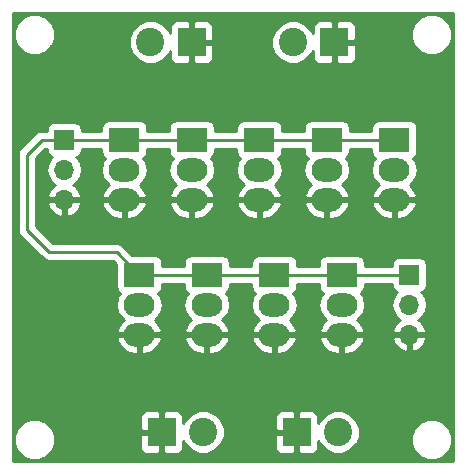
<source format=gbr>
G04 #@! TF.FileFunction,Copper,L2,Bot,Signal*
%FSLAX46Y46*%
G04 Gerber Fmt 4.6, Leading zero omitted, Abs format (unit mm)*
G04 Created by KiCad (PCBNEW 4.0.7) date 04/10/18 14:29:16*
%MOMM*%
%LPD*%
G01*
G04 APERTURE LIST*
%ADD10C,0.100000*%
%ADD11R,2.600000X2.000000*%
%ADD12O,2.600000X2.000000*%
%ADD13R,1.700000X1.700000*%
%ADD14O,1.700000X1.700000*%
%ADD15C,2.400000*%
%ADD16R,2.400000X2.400000*%
%ADD17C,0.250000*%
%ADD18C,0.254000*%
G04 APERTURE END LIST*
D10*
D11*
X119380000Y-71120000D03*
D12*
X119380000Y-73660000D03*
X119380000Y-76200000D03*
D11*
X130810000Y-71120000D03*
D12*
X130810000Y-73660000D03*
X130810000Y-76200000D03*
D13*
X114300000Y-71120000D03*
D14*
X114300000Y-73660000D03*
X114300000Y-76200000D03*
D13*
X143510000Y-82550000D03*
D14*
X143510000Y-85090000D03*
X143510000Y-87630000D03*
D11*
X125095000Y-71120000D03*
D12*
X125095000Y-73660000D03*
X125095000Y-76200000D03*
D11*
X142240000Y-71120000D03*
D12*
X142240000Y-73660000D03*
X142240000Y-76200000D03*
D11*
X136525000Y-71120000D03*
D12*
X136525000Y-73660000D03*
X136525000Y-76200000D03*
D11*
X132080000Y-82550000D03*
D12*
X132080000Y-85090000D03*
X132080000Y-87630000D03*
D11*
X137795000Y-82550000D03*
D12*
X137795000Y-85090000D03*
X137795000Y-87630000D03*
D11*
X120650000Y-82550000D03*
D12*
X120650000Y-85090000D03*
X120650000Y-87630000D03*
D11*
X126365000Y-82550000D03*
D12*
X126365000Y-85090000D03*
X126365000Y-87630000D03*
D15*
X137485000Y-95885000D03*
D16*
X133985000Y-95885000D03*
D15*
X126055000Y-95885000D03*
D16*
X122555000Y-95885000D03*
D15*
X121595000Y-62865000D03*
D16*
X125095000Y-62865000D03*
D15*
X133660000Y-62865000D03*
D16*
X137160000Y-62865000D03*
D17*
X114300000Y-71120000D02*
X112395000Y-71120000D01*
X118745000Y-80645000D02*
X120650000Y-82550000D01*
X113030000Y-80645000D02*
X118745000Y-80645000D01*
X111125000Y-78740000D02*
X113030000Y-80645000D01*
X111125000Y-72390000D02*
X111125000Y-78740000D01*
X112395000Y-71120000D02*
X111125000Y-72390000D01*
X120650000Y-82550000D02*
X126365000Y-82550000D01*
X126365000Y-82550000D02*
X132080000Y-82550000D01*
X132080000Y-82550000D02*
X137795000Y-82550000D01*
X137795000Y-82550000D02*
X143510000Y-82550000D01*
X114300000Y-71120000D02*
X119380000Y-71120000D01*
X119380000Y-71120000D02*
X125095000Y-71120000D01*
X125095000Y-71120000D02*
X130810000Y-71120000D01*
X130810000Y-71120000D02*
X136525000Y-71120000D01*
X136525000Y-71120000D02*
X142240000Y-71120000D01*
D18*
G36*
X147245000Y-98350000D02*
X109930000Y-98350000D01*
X109930000Y-96863599D01*
X110024699Y-96863599D01*
X110288281Y-97501515D01*
X110775918Y-97990004D01*
X111413373Y-98254699D01*
X112103599Y-98255301D01*
X112741515Y-97991719D01*
X113230004Y-97504082D01*
X113494699Y-96866627D01*
X113495301Y-96176401D01*
X113492967Y-96170750D01*
X120720000Y-96170750D01*
X120720000Y-97211310D01*
X120816673Y-97444699D01*
X120995302Y-97623327D01*
X121228691Y-97720000D01*
X122269250Y-97720000D01*
X122428000Y-97561250D01*
X122428000Y-96012000D01*
X120878750Y-96012000D01*
X120720000Y-96170750D01*
X113492967Y-96170750D01*
X113231719Y-95538485D01*
X112744082Y-95049996D01*
X112106627Y-94785301D01*
X111416401Y-94784699D01*
X110778485Y-95048281D01*
X110289996Y-95535918D01*
X110025301Y-96173373D01*
X110024699Y-96863599D01*
X109930000Y-96863599D01*
X109930000Y-94558690D01*
X120720000Y-94558690D01*
X120720000Y-95599250D01*
X120878750Y-95758000D01*
X122428000Y-95758000D01*
X122428000Y-94208750D01*
X122682000Y-94208750D01*
X122682000Y-95758000D01*
X122702000Y-95758000D01*
X122702000Y-96012000D01*
X122682000Y-96012000D01*
X122682000Y-97561250D01*
X122840750Y-97720000D01*
X123881309Y-97720000D01*
X124114698Y-97623327D01*
X124293327Y-97444699D01*
X124390000Y-97211310D01*
X124390000Y-96660605D01*
X124498455Y-96923086D01*
X125014199Y-97439730D01*
X125688395Y-97719681D01*
X126418403Y-97720318D01*
X127093086Y-97441545D01*
X127609730Y-96925801D01*
X127889681Y-96251605D01*
X127889751Y-96170750D01*
X132150000Y-96170750D01*
X132150000Y-97211310D01*
X132246673Y-97444699D01*
X132425302Y-97623327D01*
X132658691Y-97720000D01*
X133699250Y-97720000D01*
X133858000Y-97561250D01*
X133858000Y-96012000D01*
X132308750Y-96012000D01*
X132150000Y-96170750D01*
X127889751Y-96170750D01*
X127890318Y-95521597D01*
X127611545Y-94846914D01*
X127323824Y-94558690D01*
X132150000Y-94558690D01*
X132150000Y-95599250D01*
X132308750Y-95758000D01*
X133858000Y-95758000D01*
X133858000Y-94208750D01*
X134112000Y-94208750D01*
X134112000Y-95758000D01*
X134132000Y-95758000D01*
X134132000Y-96012000D01*
X134112000Y-96012000D01*
X134112000Y-97561250D01*
X134270750Y-97720000D01*
X135311309Y-97720000D01*
X135544698Y-97623327D01*
X135723327Y-97444699D01*
X135820000Y-97211310D01*
X135820000Y-96660605D01*
X135928455Y-96923086D01*
X136444199Y-97439730D01*
X137118395Y-97719681D01*
X137848403Y-97720318D01*
X138523086Y-97441545D01*
X139039730Y-96925801D01*
X139065558Y-96863599D01*
X143679699Y-96863599D01*
X143943281Y-97501515D01*
X144430918Y-97990004D01*
X145068373Y-98254699D01*
X145758599Y-98255301D01*
X146396515Y-97991719D01*
X146885004Y-97504082D01*
X147149699Y-96866627D01*
X147150301Y-96176401D01*
X146886719Y-95538485D01*
X146399082Y-95049996D01*
X145761627Y-94785301D01*
X145071401Y-94784699D01*
X144433485Y-95048281D01*
X143944996Y-95535918D01*
X143680301Y-96173373D01*
X143679699Y-96863599D01*
X139065558Y-96863599D01*
X139319681Y-96251605D01*
X139320318Y-95521597D01*
X139041545Y-94846914D01*
X138525801Y-94330270D01*
X137851605Y-94050319D01*
X137121597Y-94049682D01*
X136446914Y-94328455D01*
X135930270Y-94844199D01*
X135820000Y-95109758D01*
X135820000Y-94558690D01*
X135723327Y-94325301D01*
X135544698Y-94146673D01*
X135311309Y-94050000D01*
X134270750Y-94050000D01*
X134112000Y-94208750D01*
X133858000Y-94208750D01*
X133699250Y-94050000D01*
X132658691Y-94050000D01*
X132425302Y-94146673D01*
X132246673Y-94325301D01*
X132150000Y-94558690D01*
X127323824Y-94558690D01*
X127095801Y-94330270D01*
X126421605Y-94050319D01*
X125691597Y-94049682D01*
X125016914Y-94328455D01*
X124500270Y-94844199D01*
X124390000Y-95109758D01*
X124390000Y-94558690D01*
X124293327Y-94325301D01*
X124114698Y-94146673D01*
X123881309Y-94050000D01*
X122840750Y-94050000D01*
X122682000Y-94208750D01*
X122428000Y-94208750D01*
X122269250Y-94050000D01*
X121228691Y-94050000D01*
X120995302Y-94146673D01*
X120816673Y-94325301D01*
X120720000Y-94558690D01*
X109930000Y-94558690D01*
X109930000Y-88010434D01*
X118759876Y-88010434D01*
X118790856Y-88138355D01*
X119104078Y-88696317D01*
X119606980Y-89091942D01*
X120223000Y-89265000D01*
X120523000Y-89265000D01*
X120523000Y-87757000D01*
X120777000Y-87757000D01*
X120777000Y-89265000D01*
X121077000Y-89265000D01*
X121693020Y-89091942D01*
X122195922Y-88696317D01*
X122509144Y-88138355D01*
X122540124Y-88010434D01*
X124474876Y-88010434D01*
X124505856Y-88138355D01*
X124819078Y-88696317D01*
X125321980Y-89091942D01*
X125938000Y-89265000D01*
X126238000Y-89265000D01*
X126238000Y-87757000D01*
X126492000Y-87757000D01*
X126492000Y-89265000D01*
X126792000Y-89265000D01*
X127408020Y-89091942D01*
X127910922Y-88696317D01*
X128224144Y-88138355D01*
X128255124Y-88010434D01*
X130189876Y-88010434D01*
X130220856Y-88138355D01*
X130534078Y-88696317D01*
X131036980Y-89091942D01*
X131653000Y-89265000D01*
X131953000Y-89265000D01*
X131953000Y-87757000D01*
X132207000Y-87757000D01*
X132207000Y-89265000D01*
X132507000Y-89265000D01*
X133123020Y-89091942D01*
X133625922Y-88696317D01*
X133939144Y-88138355D01*
X133970124Y-88010434D01*
X135904876Y-88010434D01*
X135935856Y-88138355D01*
X136249078Y-88696317D01*
X136751980Y-89091942D01*
X137368000Y-89265000D01*
X137668000Y-89265000D01*
X137668000Y-87757000D01*
X137922000Y-87757000D01*
X137922000Y-89265000D01*
X138222000Y-89265000D01*
X138838020Y-89091942D01*
X139340922Y-88696317D01*
X139654144Y-88138355D01*
X139685124Y-88010434D01*
X139674037Y-87986890D01*
X142068524Y-87986890D01*
X142238355Y-88396924D01*
X142628642Y-88825183D01*
X143153108Y-89071486D01*
X143383000Y-88950819D01*
X143383000Y-87757000D01*
X143637000Y-87757000D01*
X143637000Y-88950819D01*
X143866892Y-89071486D01*
X144391358Y-88825183D01*
X144781645Y-88396924D01*
X144951476Y-87986890D01*
X144830155Y-87757000D01*
X143637000Y-87757000D01*
X143383000Y-87757000D01*
X142189845Y-87757000D01*
X142068524Y-87986890D01*
X139674037Y-87986890D01*
X139565777Y-87757000D01*
X137922000Y-87757000D01*
X137668000Y-87757000D01*
X136024223Y-87757000D01*
X135904876Y-88010434D01*
X133970124Y-88010434D01*
X133850777Y-87757000D01*
X132207000Y-87757000D01*
X131953000Y-87757000D01*
X130309223Y-87757000D01*
X130189876Y-88010434D01*
X128255124Y-88010434D01*
X128135777Y-87757000D01*
X126492000Y-87757000D01*
X126238000Y-87757000D01*
X124594223Y-87757000D01*
X124474876Y-88010434D01*
X122540124Y-88010434D01*
X122420777Y-87757000D01*
X120777000Y-87757000D01*
X120523000Y-87757000D01*
X118879223Y-87757000D01*
X118759876Y-88010434D01*
X109930000Y-88010434D01*
X109930000Y-72390000D01*
X110365000Y-72390000D01*
X110365000Y-78740000D01*
X110422852Y-79030839D01*
X110587599Y-79277401D01*
X112492599Y-81182401D01*
X112739161Y-81347148D01*
X113030000Y-81405000D01*
X118430198Y-81405000D01*
X118702560Y-81677362D01*
X118702560Y-83550000D01*
X118746838Y-83785317D01*
X118885910Y-84001441D01*
X119040329Y-84106951D01*
X118801548Y-84464313D01*
X118677091Y-85090000D01*
X118801548Y-85715687D01*
X119155971Y-86246120D01*
X119346188Y-86373219D01*
X119104078Y-86563683D01*
X118790856Y-87121645D01*
X118759876Y-87249566D01*
X118879223Y-87503000D01*
X120523000Y-87503000D01*
X120523000Y-87483000D01*
X120777000Y-87483000D01*
X120777000Y-87503000D01*
X122420777Y-87503000D01*
X122540124Y-87249566D01*
X122509144Y-87121645D01*
X122195922Y-86563683D01*
X121953812Y-86373219D01*
X122144029Y-86246120D01*
X122498452Y-85715687D01*
X122622909Y-85090000D01*
X122498452Y-84464313D01*
X122258907Y-84105808D01*
X122401441Y-84014090D01*
X122546431Y-83801890D01*
X122597440Y-83550000D01*
X122597440Y-83310000D01*
X124417560Y-83310000D01*
X124417560Y-83550000D01*
X124461838Y-83785317D01*
X124600910Y-84001441D01*
X124755329Y-84106951D01*
X124516548Y-84464313D01*
X124392091Y-85090000D01*
X124516548Y-85715687D01*
X124870971Y-86246120D01*
X125061188Y-86373219D01*
X124819078Y-86563683D01*
X124505856Y-87121645D01*
X124474876Y-87249566D01*
X124594223Y-87503000D01*
X126238000Y-87503000D01*
X126238000Y-87483000D01*
X126492000Y-87483000D01*
X126492000Y-87503000D01*
X128135777Y-87503000D01*
X128255124Y-87249566D01*
X128224144Y-87121645D01*
X127910922Y-86563683D01*
X127668812Y-86373219D01*
X127859029Y-86246120D01*
X128213452Y-85715687D01*
X128337909Y-85090000D01*
X128213452Y-84464313D01*
X127973907Y-84105808D01*
X128116441Y-84014090D01*
X128261431Y-83801890D01*
X128312440Y-83550000D01*
X128312440Y-83310000D01*
X130132560Y-83310000D01*
X130132560Y-83550000D01*
X130176838Y-83785317D01*
X130315910Y-84001441D01*
X130470329Y-84106951D01*
X130231548Y-84464313D01*
X130107091Y-85090000D01*
X130231548Y-85715687D01*
X130585971Y-86246120D01*
X130776188Y-86373219D01*
X130534078Y-86563683D01*
X130220856Y-87121645D01*
X130189876Y-87249566D01*
X130309223Y-87503000D01*
X131953000Y-87503000D01*
X131953000Y-87483000D01*
X132207000Y-87483000D01*
X132207000Y-87503000D01*
X133850777Y-87503000D01*
X133970124Y-87249566D01*
X133939144Y-87121645D01*
X133625922Y-86563683D01*
X133383812Y-86373219D01*
X133574029Y-86246120D01*
X133928452Y-85715687D01*
X134052909Y-85090000D01*
X133928452Y-84464313D01*
X133688907Y-84105808D01*
X133831441Y-84014090D01*
X133976431Y-83801890D01*
X134027440Y-83550000D01*
X134027440Y-83310000D01*
X135847560Y-83310000D01*
X135847560Y-83550000D01*
X135891838Y-83785317D01*
X136030910Y-84001441D01*
X136185329Y-84106951D01*
X135946548Y-84464313D01*
X135822091Y-85090000D01*
X135946548Y-85715687D01*
X136300971Y-86246120D01*
X136491188Y-86373219D01*
X136249078Y-86563683D01*
X135935856Y-87121645D01*
X135904876Y-87249566D01*
X136024223Y-87503000D01*
X137668000Y-87503000D01*
X137668000Y-87483000D01*
X137922000Y-87483000D01*
X137922000Y-87503000D01*
X139565777Y-87503000D01*
X139685124Y-87249566D01*
X139654144Y-87121645D01*
X139340922Y-86563683D01*
X139098812Y-86373219D01*
X139289029Y-86246120D01*
X139643452Y-85715687D01*
X139767909Y-85090000D01*
X139643452Y-84464313D01*
X139403907Y-84105808D01*
X139546441Y-84014090D01*
X139691431Y-83801890D01*
X139742440Y-83550000D01*
X139742440Y-83310000D01*
X142012560Y-83310000D01*
X142012560Y-83400000D01*
X142056838Y-83635317D01*
X142195910Y-83851441D01*
X142408110Y-83996431D01*
X142475541Y-84010086D01*
X142430853Y-84039946D01*
X142108946Y-84521715D01*
X141995907Y-85090000D01*
X142108946Y-85658285D01*
X142430853Y-86140054D01*
X142771553Y-86367702D01*
X142628642Y-86434817D01*
X142238355Y-86863076D01*
X142068524Y-87273110D01*
X142189845Y-87503000D01*
X143383000Y-87503000D01*
X143383000Y-87483000D01*
X143637000Y-87483000D01*
X143637000Y-87503000D01*
X144830155Y-87503000D01*
X144951476Y-87273110D01*
X144781645Y-86863076D01*
X144391358Y-86434817D01*
X144248447Y-86367702D01*
X144589147Y-86140054D01*
X144911054Y-85658285D01*
X145024093Y-85090000D01*
X144911054Y-84521715D01*
X144589147Y-84039946D01*
X144547548Y-84012150D01*
X144595317Y-84003162D01*
X144811441Y-83864090D01*
X144956431Y-83651890D01*
X145007440Y-83400000D01*
X145007440Y-81700000D01*
X144963162Y-81464683D01*
X144824090Y-81248559D01*
X144611890Y-81103569D01*
X144360000Y-81052560D01*
X142660000Y-81052560D01*
X142424683Y-81096838D01*
X142208559Y-81235910D01*
X142063569Y-81448110D01*
X142012560Y-81700000D01*
X142012560Y-81790000D01*
X139742440Y-81790000D01*
X139742440Y-81550000D01*
X139698162Y-81314683D01*
X139559090Y-81098559D01*
X139346890Y-80953569D01*
X139095000Y-80902560D01*
X136495000Y-80902560D01*
X136259683Y-80946838D01*
X136043559Y-81085910D01*
X135898569Y-81298110D01*
X135847560Y-81550000D01*
X135847560Y-81790000D01*
X134027440Y-81790000D01*
X134027440Y-81550000D01*
X133983162Y-81314683D01*
X133844090Y-81098559D01*
X133631890Y-80953569D01*
X133380000Y-80902560D01*
X130780000Y-80902560D01*
X130544683Y-80946838D01*
X130328559Y-81085910D01*
X130183569Y-81298110D01*
X130132560Y-81550000D01*
X130132560Y-81790000D01*
X128312440Y-81790000D01*
X128312440Y-81550000D01*
X128268162Y-81314683D01*
X128129090Y-81098559D01*
X127916890Y-80953569D01*
X127665000Y-80902560D01*
X125065000Y-80902560D01*
X124829683Y-80946838D01*
X124613559Y-81085910D01*
X124468569Y-81298110D01*
X124417560Y-81550000D01*
X124417560Y-81790000D01*
X122597440Y-81790000D01*
X122597440Y-81550000D01*
X122553162Y-81314683D01*
X122414090Y-81098559D01*
X122201890Y-80953569D01*
X121950000Y-80902560D01*
X120077362Y-80902560D01*
X119282401Y-80107599D01*
X119035839Y-79942852D01*
X118745000Y-79885000D01*
X113344802Y-79885000D01*
X111885000Y-78425198D01*
X111885000Y-76556890D01*
X112858524Y-76556890D01*
X113028355Y-76966924D01*
X113418642Y-77395183D01*
X113943108Y-77641486D01*
X114173000Y-77520819D01*
X114173000Y-76327000D01*
X114427000Y-76327000D01*
X114427000Y-77520819D01*
X114656892Y-77641486D01*
X115181358Y-77395183D01*
X115571645Y-76966924D01*
X115731724Y-76580434D01*
X117489876Y-76580434D01*
X117520856Y-76708355D01*
X117834078Y-77266317D01*
X118336980Y-77661942D01*
X118953000Y-77835000D01*
X119253000Y-77835000D01*
X119253000Y-76327000D01*
X119507000Y-76327000D01*
X119507000Y-77835000D01*
X119807000Y-77835000D01*
X120423020Y-77661942D01*
X120925922Y-77266317D01*
X121239144Y-76708355D01*
X121270124Y-76580434D01*
X123204876Y-76580434D01*
X123235856Y-76708355D01*
X123549078Y-77266317D01*
X124051980Y-77661942D01*
X124668000Y-77835000D01*
X124968000Y-77835000D01*
X124968000Y-76327000D01*
X125222000Y-76327000D01*
X125222000Y-77835000D01*
X125522000Y-77835000D01*
X126138020Y-77661942D01*
X126640922Y-77266317D01*
X126954144Y-76708355D01*
X126985124Y-76580434D01*
X128919876Y-76580434D01*
X128950856Y-76708355D01*
X129264078Y-77266317D01*
X129766980Y-77661942D01*
X130383000Y-77835000D01*
X130683000Y-77835000D01*
X130683000Y-76327000D01*
X130937000Y-76327000D01*
X130937000Y-77835000D01*
X131237000Y-77835000D01*
X131853020Y-77661942D01*
X132355922Y-77266317D01*
X132669144Y-76708355D01*
X132700124Y-76580434D01*
X134634876Y-76580434D01*
X134665856Y-76708355D01*
X134979078Y-77266317D01*
X135481980Y-77661942D01*
X136098000Y-77835000D01*
X136398000Y-77835000D01*
X136398000Y-76327000D01*
X136652000Y-76327000D01*
X136652000Y-77835000D01*
X136952000Y-77835000D01*
X137568020Y-77661942D01*
X138070922Y-77266317D01*
X138384144Y-76708355D01*
X138415124Y-76580434D01*
X140349876Y-76580434D01*
X140380856Y-76708355D01*
X140694078Y-77266317D01*
X141196980Y-77661942D01*
X141813000Y-77835000D01*
X142113000Y-77835000D01*
X142113000Y-76327000D01*
X142367000Y-76327000D01*
X142367000Y-77835000D01*
X142667000Y-77835000D01*
X143283020Y-77661942D01*
X143785922Y-77266317D01*
X144099144Y-76708355D01*
X144130124Y-76580434D01*
X144010777Y-76327000D01*
X142367000Y-76327000D01*
X142113000Y-76327000D01*
X140469223Y-76327000D01*
X140349876Y-76580434D01*
X138415124Y-76580434D01*
X138295777Y-76327000D01*
X136652000Y-76327000D01*
X136398000Y-76327000D01*
X134754223Y-76327000D01*
X134634876Y-76580434D01*
X132700124Y-76580434D01*
X132580777Y-76327000D01*
X130937000Y-76327000D01*
X130683000Y-76327000D01*
X129039223Y-76327000D01*
X128919876Y-76580434D01*
X126985124Y-76580434D01*
X126865777Y-76327000D01*
X125222000Y-76327000D01*
X124968000Y-76327000D01*
X123324223Y-76327000D01*
X123204876Y-76580434D01*
X121270124Y-76580434D01*
X121150777Y-76327000D01*
X119507000Y-76327000D01*
X119253000Y-76327000D01*
X117609223Y-76327000D01*
X117489876Y-76580434D01*
X115731724Y-76580434D01*
X115741476Y-76556890D01*
X115620155Y-76327000D01*
X114427000Y-76327000D01*
X114173000Y-76327000D01*
X112979845Y-76327000D01*
X112858524Y-76556890D01*
X111885000Y-76556890D01*
X111885000Y-72704802D01*
X112709802Y-71880000D01*
X112802560Y-71880000D01*
X112802560Y-71970000D01*
X112846838Y-72205317D01*
X112985910Y-72421441D01*
X113198110Y-72566431D01*
X113265541Y-72580086D01*
X113220853Y-72609946D01*
X112898946Y-73091715D01*
X112785907Y-73660000D01*
X112898946Y-74228285D01*
X113220853Y-74710054D01*
X113561553Y-74937702D01*
X113418642Y-75004817D01*
X113028355Y-75433076D01*
X112858524Y-75843110D01*
X112979845Y-76073000D01*
X114173000Y-76073000D01*
X114173000Y-76053000D01*
X114427000Y-76053000D01*
X114427000Y-76073000D01*
X115620155Y-76073000D01*
X115741476Y-75843110D01*
X115571645Y-75433076D01*
X115181358Y-75004817D01*
X115038447Y-74937702D01*
X115379147Y-74710054D01*
X115701054Y-74228285D01*
X115814093Y-73660000D01*
X115701054Y-73091715D01*
X115379147Y-72609946D01*
X115337548Y-72582150D01*
X115385317Y-72573162D01*
X115601441Y-72434090D01*
X115746431Y-72221890D01*
X115797440Y-71970000D01*
X115797440Y-71880000D01*
X117432560Y-71880000D01*
X117432560Y-72120000D01*
X117476838Y-72355317D01*
X117615910Y-72571441D01*
X117770329Y-72676951D01*
X117531548Y-73034313D01*
X117407091Y-73660000D01*
X117531548Y-74285687D01*
X117885971Y-74816120D01*
X118076188Y-74943219D01*
X117834078Y-75133683D01*
X117520856Y-75691645D01*
X117489876Y-75819566D01*
X117609223Y-76073000D01*
X119253000Y-76073000D01*
X119253000Y-76053000D01*
X119507000Y-76053000D01*
X119507000Y-76073000D01*
X121150777Y-76073000D01*
X121270124Y-75819566D01*
X121239144Y-75691645D01*
X120925922Y-75133683D01*
X120683812Y-74943219D01*
X120874029Y-74816120D01*
X121228452Y-74285687D01*
X121352909Y-73660000D01*
X121228452Y-73034313D01*
X120988907Y-72675808D01*
X121131441Y-72584090D01*
X121276431Y-72371890D01*
X121327440Y-72120000D01*
X121327440Y-71880000D01*
X123147560Y-71880000D01*
X123147560Y-72120000D01*
X123191838Y-72355317D01*
X123330910Y-72571441D01*
X123485329Y-72676951D01*
X123246548Y-73034313D01*
X123122091Y-73660000D01*
X123246548Y-74285687D01*
X123600971Y-74816120D01*
X123791188Y-74943219D01*
X123549078Y-75133683D01*
X123235856Y-75691645D01*
X123204876Y-75819566D01*
X123324223Y-76073000D01*
X124968000Y-76073000D01*
X124968000Y-76053000D01*
X125222000Y-76053000D01*
X125222000Y-76073000D01*
X126865777Y-76073000D01*
X126985124Y-75819566D01*
X126954144Y-75691645D01*
X126640922Y-75133683D01*
X126398812Y-74943219D01*
X126589029Y-74816120D01*
X126943452Y-74285687D01*
X127067909Y-73660000D01*
X126943452Y-73034313D01*
X126703907Y-72675808D01*
X126846441Y-72584090D01*
X126991431Y-72371890D01*
X127042440Y-72120000D01*
X127042440Y-71880000D01*
X128862560Y-71880000D01*
X128862560Y-72120000D01*
X128906838Y-72355317D01*
X129045910Y-72571441D01*
X129200329Y-72676951D01*
X128961548Y-73034313D01*
X128837091Y-73660000D01*
X128961548Y-74285687D01*
X129315971Y-74816120D01*
X129506188Y-74943219D01*
X129264078Y-75133683D01*
X128950856Y-75691645D01*
X128919876Y-75819566D01*
X129039223Y-76073000D01*
X130683000Y-76073000D01*
X130683000Y-76053000D01*
X130937000Y-76053000D01*
X130937000Y-76073000D01*
X132580777Y-76073000D01*
X132700124Y-75819566D01*
X132669144Y-75691645D01*
X132355922Y-75133683D01*
X132113812Y-74943219D01*
X132304029Y-74816120D01*
X132658452Y-74285687D01*
X132782909Y-73660000D01*
X132658452Y-73034313D01*
X132418907Y-72675808D01*
X132561441Y-72584090D01*
X132706431Y-72371890D01*
X132757440Y-72120000D01*
X132757440Y-71880000D01*
X134577560Y-71880000D01*
X134577560Y-72120000D01*
X134621838Y-72355317D01*
X134760910Y-72571441D01*
X134915329Y-72676951D01*
X134676548Y-73034313D01*
X134552091Y-73660000D01*
X134676548Y-74285687D01*
X135030971Y-74816120D01*
X135221188Y-74943219D01*
X134979078Y-75133683D01*
X134665856Y-75691645D01*
X134634876Y-75819566D01*
X134754223Y-76073000D01*
X136398000Y-76073000D01*
X136398000Y-76053000D01*
X136652000Y-76053000D01*
X136652000Y-76073000D01*
X138295777Y-76073000D01*
X138415124Y-75819566D01*
X138384144Y-75691645D01*
X138070922Y-75133683D01*
X137828812Y-74943219D01*
X138019029Y-74816120D01*
X138373452Y-74285687D01*
X138497909Y-73660000D01*
X138373452Y-73034313D01*
X138133907Y-72675808D01*
X138276441Y-72584090D01*
X138421431Y-72371890D01*
X138472440Y-72120000D01*
X138472440Y-71880000D01*
X140292560Y-71880000D01*
X140292560Y-72120000D01*
X140336838Y-72355317D01*
X140475910Y-72571441D01*
X140630329Y-72676951D01*
X140391548Y-73034313D01*
X140267091Y-73660000D01*
X140391548Y-74285687D01*
X140745971Y-74816120D01*
X140936188Y-74943219D01*
X140694078Y-75133683D01*
X140380856Y-75691645D01*
X140349876Y-75819566D01*
X140469223Y-76073000D01*
X142113000Y-76073000D01*
X142113000Y-76053000D01*
X142367000Y-76053000D01*
X142367000Y-76073000D01*
X144010777Y-76073000D01*
X144130124Y-75819566D01*
X144099144Y-75691645D01*
X143785922Y-75133683D01*
X143543812Y-74943219D01*
X143734029Y-74816120D01*
X144088452Y-74285687D01*
X144212909Y-73660000D01*
X144088452Y-73034313D01*
X143848907Y-72675808D01*
X143991441Y-72584090D01*
X144136431Y-72371890D01*
X144187440Y-72120000D01*
X144187440Y-70120000D01*
X144143162Y-69884683D01*
X144004090Y-69668559D01*
X143791890Y-69523569D01*
X143540000Y-69472560D01*
X140940000Y-69472560D01*
X140704683Y-69516838D01*
X140488559Y-69655910D01*
X140343569Y-69868110D01*
X140292560Y-70120000D01*
X140292560Y-70360000D01*
X138472440Y-70360000D01*
X138472440Y-70120000D01*
X138428162Y-69884683D01*
X138289090Y-69668559D01*
X138076890Y-69523569D01*
X137825000Y-69472560D01*
X135225000Y-69472560D01*
X134989683Y-69516838D01*
X134773559Y-69655910D01*
X134628569Y-69868110D01*
X134577560Y-70120000D01*
X134577560Y-70360000D01*
X132757440Y-70360000D01*
X132757440Y-70120000D01*
X132713162Y-69884683D01*
X132574090Y-69668559D01*
X132361890Y-69523569D01*
X132110000Y-69472560D01*
X129510000Y-69472560D01*
X129274683Y-69516838D01*
X129058559Y-69655910D01*
X128913569Y-69868110D01*
X128862560Y-70120000D01*
X128862560Y-70360000D01*
X127042440Y-70360000D01*
X127042440Y-70120000D01*
X126998162Y-69884683D01*
X126859090Y-69668559D01*
X126646890Y-69523569D01*
X126395000Y-69472560D01*
X123795000Y-69472560D01*
X123559683Y-69516838D01*
X123343559Y-69655910D01*
X123198569Y-69868110D01*
X123147560Y-70120000D01*
X123147560Y-70360000D01*
X121327440Y-70360000D01*
X121327440Y-70120000D01*
X121283162Y-69884683D01*
X121144090Y-69668559D01*
X120931890Y-69523569D01*
X120680000Y-69472560D01*
X118080000Y-69472560D01*
X117844683Y-69516838D01*
X117628559Y-69655910D01*
X117483569Y-69868110D01*
X117432560Y-70120000D01*
X117432560Y-70360000D01*
X115797440Y-70360000D01*
X115797440Y-70270000D01*
X115753162Y-70034683D01*
X115614090Y-69818559D01*
X115401890Y-69673569D01*
X115150000Y-69622560D01*
X113450000Y-69622560D01*
X113214683Y-69666838D01*
X112998559Y-69805910D01*
X112853569Y-70018110D01*
X112802560Y-70270000D01*
X112802560Y-70360000D01*
X112395000Y-70360000D01*
X112104160Y-70417852D01*
X111857599Y-70582599D01*
X110587599Y-71852599D01*
X110422852Y-72099161D01*
X110365000Y-72390000D01*
X109930000Y-72390000D01*
X109930000Y-62573599D01*
X110024699Y-62573599D01*
X110288281Y-63211515D01*
X110775918Y-63700004D01*
X111413373Y-63964699D01*
X112103599Y-63965301D01*
X112741515Y-63701719D01*
X113215657Y-63228403D01*
X119759682Y-63228403D01*
X120038455Y-63903086D01*
X120554199Y-64419730D01*
X121228395Y-64699681D01*
X121958403Y-64700318D01*
X122633086Y-64421545D01*
X123149730Y-63905801D01*
X123260000Y-63640242D01*
X123260000Y-64191310D01*
X123356673Y-64424699D01*
X123535302Y-64603327D01*
X123768691Y-64700000D01*
X124809250Y-64700000D01*
X124968000Y-64541250D01*
X124968000Y-62992000D01*
X125222000Y-62992000D01*
X125222000Y-64541250D01*
X125380750Y-64700000D01*
X126421309Y-64700000D01*
X126654698Y-64603327D01*
X126833327Y-64424699D01*
X126930000Y-64191310D01*
X126930000Y-63228403D01*
X131824682Y-63228403D01*
X132103455Y-63903086D01*
X132619199Y-64419730D01*
X133293395Y-64699681D01*
X134023403Y-64700318D01*
X134698086Y-64421545D01*
X135214730Y-63905801D01*
X135325000Y-63640242D01*
X135325000Y-64191310D01*
X135421673Y-64424699D01*
X135600302Y-64603327D01*
X135833691Y-64700000D01*
X136874250Y-64700000D01*
X137033000Y-64541250D01*
X137033000Y-62992000D01*
X137287000Y-62992000D01*
X137287000Y-64541250D01*
X137445750Y-64700000D01*
X138486309Y-64700000D01*
X138719698Y-64603327D01*
X138898327Y-64424699D01*
X138995000Y-64191310D01*
X138995000Y-63150750D01*
X138836250Y-62992000D01*
X137287000Y-62992000D01*
X137033000Y-62992000D01*
X137013000Y-62992000D01*
X137013000Y-62738000D01*
X137033000Y-62738000D01*
X137033000Y-61188750D01*
X137287000Y-61188750D01*
X137287000Y-62738000D01*
X138836250Y-62738000D01*
X138995000Y-62579250D01*
X138995000Y-62573599D01*
X143679699Y-62573599D01*
X143943281Y-63211515D01*
X144430918Y-63700004D01*
X145068373Y-63964699D01*
X145758599Y-63965301D01*
X146396515Y-63701719D01*
X146885004Y-63214082D01*
X147149699Y-62576627D01*
X147150301Y-61886401D01*
X146886719Y-61248485D01*
X146399082Y-60759996D01*
X145761627Y-60495301D01*
X145071401Y-60494699D01*
X144433485Y-60758281D01*
X143944996Y-61245918D01*
X143680301Y-61883373D01*
X143679699Y-62573599D01*
X138995000Y-62573599D01*
X138995000Y-61538690D01*
X138898327Y-61305301D01*
X138719698Y-61126673D01*
X138486309Y-61030000D01*
X137445750Y-61030000D01*
X137287000Y-61188750D01*
X137033000Y-61188750D01*
X136874250Y-61030000D01*
X135833691Y-61030000D01*
X135600302Y-61126673D01*
X135421673Y-61305301D01*
X135325000Y-61538690D01*
X135325000Y-62089395D01*
X135216545Y-61826914D01*
X134700801Y-61310270D01*
X134026605Y-61030319D01*
X133296597Y-61029682D01*
X132621914Y-61308455D01*
X132105270Y-61824199D01*
X131825319Y-62498395D01*
X131824682Y-63228403D01*
X126930000Y-63228403D01*
X126930000Y-63150750D01*
X126771250Y-62992000D01*
X125222000Y-62992000D01*
X124968000Y-62992000D01*
X124948000Y-62992000D01*
X124948000Y-62738000D01*
X124968000Y-62738000D01*
X124968000Y-61188750D01*
X125222000Y-61188750D01*
X125222000Y-62738000D01*
X126771250Y-62738000D01*
X126930000Y-62579250D01*
X126930000Y-61538690D01*
X126833327Y-61305301D01*
X126654698Y-61126673D01*
X126421309Y-61030000D01*
X125380750Y-61030000D01*
X125222000Y-61188750D01*
X124968000Y-61188750D01*
X124809250Y-61030000D01*
X123768691Y-61030000D01*
X123535302Y-61126673D01*
X123356673Y-61305301D01*
X123260000Y-61538690D01*
X123260000Y-62089395D01*
X123151545Y-61826914D01*
X122635801Y-61310270D01*
X121961605Y-61030319D01*
X121231597Y-61029682D01*
X120556914Y-61308455D01*
X120040270Y-61824199D01*
X119760319Y-62498395D01*
X119759682Y-63228403D01*
X113215657Y-63228403D01*
X113230004Y-63214082D01*
X113494699Y-62576627D01*
X113495301Y-61886401D01*
X113231719Y-61248485D01*
X112744082Y-60759996D01*
X112106627Y-60495301D01*
X111416401Y-60494699D01*
X110778485Y-60758281D01*
X110289996Y-61245918D01*
X110025301Y-61883373D01*
X110024699Y-62573599D01*
X109930000Y-62573599D01*
X109930000Y-60400000D01*
X147245000Y-60400000D01*
X147245000Y-98350000D01*
X147245000Y-98350000D01*
G37*
X147245000Y-98350000D02*
X109930000Y-98350000D01*
X109930000Y-96863599D01*
X110024699Y-96863599D01*
X110288281Y-97501515D01*
X110775918Y-97990004D01*
X111413373Y-98254699D01*
X112103599Y-98255301D01*
X112741515Y-97991719D01*
X113230004Y-97504082D01*
X113494699Y-96866627D01*
X113495301Y-96176401D01*
X113492967Y-96170750D01*
X120720000Y-96170750D01*
X120720000Y-97211310D01*
X120816673Y-97444699D01*
X120995302Y-97623327D01*
X121228691Y-97720000D01*
X122269250Y-97720000D01*
X122428000Y-97561250D01*
X122428000Y-96012000D01*
X120878750Y-96012000D01*
X120720000Y-96170750D01*
X113492967Y-96170750D01*
X113231719Y-95538485D01*
X112744082Y-95049996D01*
X112106627Y-94785301D01*
X111416401Y-94784699D01*
X110778485Y-95048281D01*
X110289996Y-95535918D01*
X110025301Y-96173373D01*
X110024699Y-96863599D01*
X109930000Y-96863599D01*
X109930000Y-94558690D01*
X120720000Y-94558690D01*
X120720000Y-95599250D01*
X120878750Y-95758000D01*
X122428000Y-95758000D01*
X122428000Y-94208750D01*
X122682000Y-94208750D01*
X122682000Y-95758000D01*
X122702000Y-95758000D01*
X122702000Y-96012000D01*
X122682000Y-96012000D01*
X122682000Y-97561250D01*
X122840750Y-97720000D01*
X123881309Y-97720000D01*
X124114698Y-97623327D01*
X124293327Y-97444699D01*
X124390000Y-97211310D01*
X124390000Y-96660605D01*
X124498455Y-96923086D01*
X125014199Y-97439730D01*
X125688395Y-97719681D01*
X126418403Y-97720318D01*
X127093086Y-97441545D01*
X127609730Y-96925801D01*
X127889681Y-96251605D01*
X127889751Y-96170750D01*
X132150000Y-96170750D01*
X132150000Y-97211310D01*
X132246673Y-97444699D01*
X132425302Y-97623327D01*
X132658691Y-97720000D01*
X133699250Y-97720000D01*
X133858000Y-97561250D01*
X133858000Y-96012000D01*
X132308750Y-96012000D01*
X132150000Y-96170750D01*
X127889751Y-96170750D01*
X127890318Y-95521597D01*
X127611545Y-94846914D01*
X127323824Y-94558690D01*
X132150000Y-94558690D01*
X132150000Y-95599250D01*
X132308750Y-95758000D01*
X133858000Y-95758000D01*
X133858000Y-94208750D01*
X134112000Y-94208750D01*
X134112000Y-95758000D01*
X134132000Y-95758000D01*
X134132000Y-96012000D01*
X134112000Y-96012000D01*
X134112000Y-97561250D01*
X134270750Y-97720000D01*
X135311309Y-97720000D01*
X135544698Y-97623327D01*
X135723327Y-97444699D01*
X135820000Y-97211310D01*
X135820000Y-96660605D01*
X135928455Y-96923086D01*
X136444199Y-97439730D01*
X137118395Y-97719681D01*
X137848403Y-97720318D01*
X138523086Y-97441545D01*
X139039730Y-96925801D01*
X139065558Y-96863599D01*
X143679699Y-96863599D01*
X143943281Y-97501515D01*
X144430918Y-97990004D01*
X145068373Y-98254699D01*
X145758599Y-98255301D01*
X146396515Y-97991719D01*
X146885004Y-97504082D01*
X147149699Y-96866627D01*
X147150301Y-96176401D01*
X146886719Y-95538485D01*
X146399082Y-95049996D01*
X145761627Y-94785301D01*
X145071401Y-94784699D01*
X144433485Y-95048281D01*
X143944996Y-95535918D01*
X143680301Y-96173373D01*
X143679699Y-96863599D01*
X139065558Y-96863599D01*
X139319681Y-96251605D01*
X139320318Y-95521597D01*
X139041545Y-94846914D01*
X138525801Y-94330270D01*
X137851605Y-94050319D01*
X137121597Y-94049682D01*
X136446914Y-94328455D01*
X135930270Y-94844199D01*
X135820000Y-95109758D01*
X135820000Y-94558690D01*
X135723327Y-94325301D01*
X135544698Y-94146673D01*
X135311309Y-94050000D01*
X134270750Y-94050000D01*
X134112000Y-94208750D01*
X133858000Y-94208750D01*
X133699250Y-94050000D01*
X132658691Y-94050000D01*
X132425302Y-94146673D01*
X132246673Y-94325301D01*
X132150000Y-94558690D01*
X127323824Y-94558690D01*
X127095801Y-94330270D01*
X126421605Y-94050319D01*
X125691597Y-94049682D01*
X125016914Y-94328455D01*
X124500270Y-94844199D01*
X124390000Y-95109758D01*
X124390000Y-94558690D01*
X124293327Y-94325301D01*
X124114698Y-94146673D01*
X123881309Y-94050000D01*
X122840750Y-94050000D01*
X122682000Y-94208750D01*
X122428000Y-94208750D01*
X122269250Y-94050000D01*
X121228691Y-94050000D01*
X120995302Y-94146673D01*
X120816673Y-94325301D01*
X120720000Y-94558690D01*
X109930000Y-94558690D01*
X109930000Y-88010434D01*
X118759876Y-88010434D01*
X118790856Y-88138355D01*
X119104078Y-88696317D01*
X119606980Y-89091942D01*
X120223000Y-89265000D01*
X120523000Y-89265000D01*
X120523000Y-87757000D01*
X120777000Y-87757000D01*
X120777000Y-89265000D01*
X121077000Y-89265000D01*
X121693020Y-89091942D01*
X122195922Y-88696317D01*
X122509144Y-88138355D01*
X122540124Y-88010434D01*
X124474876Y-88010434D01*
X124505856Y-88138355D01*
X124819078Y-88696317D01*
X125321980Y-89091942D01*
X125938000Y-89265000D01*
X126238000Y-89265000D01*
X126238000Y-87757000D01*
X126492000Y-87757000D01*
X126492000Y-89265000D01*
X126792000Y-89265000D01*
X127408020Y-89091942D01*
X127910922Y-88696317D01*
X128224144Y-88138355D01*
X128255124Y-88010434D01*
X130189876Y-88010434D01*
X130220856Y-88138355D01*
X130534078Y-88696317D01*
X131036980Y-89091942D01*
X131653000Y-89265000D01*
X131953000Y-89265000D01*
X131953000Y-87757000D01*
X132207000Y-87757000D01*
X132207000Y-89265000D01*
X132507000Y-89265000D01*
X133123020Y-89091942D01*
X133625922Y-88696317D01*
X133939144Y-88138355D01*
X133970124Y-88010434D01*
X135904876Y-88010434D01*
X135935856Y-88138355D01*
X136249078Y-88696317D01*
X136751980Y-89091942D01*
X137368000Y-89265000D01*
X137668000Y-89265000D01*
X137668000Y-87757000D01*
X137922000Y-87757000D01*
X137922000Y-89265000D01*
X138222000Y-89265000D01*
X138838020Y-89091942D01*
X139340922Y-88696317D01*
X139654144Y-88138355D01*
X139685124Y-88010434D01*
X139674037Y-87986890D01*
X142068524Y-87986890D01*
X142238355Y-88396924D01*
X142628642Y-88825183D01*
X143153108Y-89071486D01*
X143383000Y-88950819D01*
X143383000Y-87757000D01*
X143637000Y-87757000D01*
X143637000Y-88950819D01*
X143866892Y-89071486D01*
X144391358Y-88825183D01*
X144781645Y-88396924D01*
X144951476Y-87986890D01*
X144830155Y-87757000D01*
X143637000Y-87757000D01*
X143383000Y-87757000D01*
X142189845Y-87757000D01*
X142068524Y-87986890D01*
X139674037Y-87986890D01*
X139565777Y-87757000D01*
X137922000Y-87757000D01*
X137668000Y-87757000D01*
X136024223Y-87757000D01*
X135904876Y-88010434D01*
X133970124Y-88010434D01*
X133850777Y-87757000D01*
X132207000Y-87757000D01*
X131953000Y-87757000D01*
X130309223Y-87757000D01*
X130189876Y-88010434D01*
X128255124Y-88010434D01*
X128135777Y-87757000D01*
X126492000Y-87757000D01*
X126238000Y-87757000D01*
X124594223Y-87757000D01*
X124474876Y-88010434D01*
X122540124Y-88010434D01*
X122420777Y-87757000D01*
X120777000Y-87757000D01*
X120523000Y-87757000D01*
X118879223Y-87757000D01*
X118759876Y-88010434D01*
X109930000Y-88010434D01*
X109930000Y-72390000D01*
X110365000Y-72390000D01*
X110365000Y-78740000D01*
X110422852Y-79030839D01*
X110587599Y-79277401D01*
X112492599Y-81182401D01*
X112739161Y-81347148D01*
X113030000Y-81405000D01*
X118430198Y-81405000D01*
X118702560Y-81677362D01*
X118702560Y-83550000D01*
X118746838Y-83785317D01*
X118885910Y-84001441D01*
X119040329Y-84106951D01*
X118801548Y-84464313D01*
X118677091Y-85090000D01*
X118801548Y-85715687D01*
X119155971Y-86246120D01*
X119346188Y-86373219D01*
X119104078Y-86563683D01*
X118790856Y-87121645D01*
X118759876Y-87249566D01*
X118879223Y-87503000D01*
X120523000Y-87503000D01*
X120523000Y-87483000D01*
X120777000Y-87483000D01*
X120777000Y-87503000D01*
X122420777Y-87503000D01*
X122540124Y-87249566D01*
X122509144Y-87121645D01*
X122195922Y-86563683D01*
X121953812Y-86373219D01*
X122144029Y-86246120D01*
X122498452Y-85715687D01*
X122622909Y-85090000D01*
X122498452Y-84464313D01*
X122258907Y-84105808D01*
X122401441Y-84014090D01*
X122546431Y-83801890D01*
X122597440Y-83550000D01*
X122597440Y-83310000D01*
X124417560Y-83310000D01*
X124417560Y-83550000D01*
X124461838Y-83785317D01*
X124600910Y-84001441D01*
X124755329Y-84106951D01*
X124516548Y-84464313D01*
X124392091Y-85090000D01*
X124516548Y-85715687D01*
X124870971Y-86246120D01*
X125061188Y-86373219D01*
X124819078Y-86563683D01*
X124505856Y-87121645D01*
X124474876Y-87249566D01*
X124594223Y-87503000D01*
X126238000Y-87503000D01*
X126238000Y-87483000D01*
X126492000Y-87483000D01*
X126492000Y-87503000D01*
X128135777Y-87503000D01*
X128255124Y-87249566D01*
X128224144Y-87121645D01*
X127910922Y-86563683D01*
X127668812Y-86373219D01*
X127859029Y-86246120D01*
X128213452Y-85715687D01*
X128337909Y-85090000D01*
X128213452Y-84464313D01*
X127973907Y-84105808D01*
X128116441Y-84014090D01*
X128261431Y-83801890D01*
X128312440Y-83550000D01*
X128312440Y-83310000D01*
X130132560Y-83310000D01*
X130132560Y-83550000D01*
X130176838Y-83785317D01*
X130315910Y-84001441D01*
X130470329Y-84106951D01*
X130231548Y-84464313D01*
X130107091Y-85090000D01*
X130231548Y-85715687D01*
X130585971Y-86246120D01*
X130776188Y-86373219D01*
X130534078Y-86563683D01*
X130220856Y-87121645D01*
X130189876Y-87249566D01*
X130309223Y-87503000D01*
X131953000Y-87503000D01*
X131953000Y-87483000D01*
X132207000Y-87483000D01*
X132207000Y-87503000D01*
X133850777Y-87503000D01*
X133970124Y-87249566D01*
X133939144Y-87121645D01*
X133625922Y-86563683D01*
X133383812Y-86373219D01*
X133574029Y-86246120D01*
X133928452Y-85715687D01*
X134052909Y-85090000D01*
X133928452Y-84464313D01*
X133688907Y-84105808D01*
X133831441Y-84014090D01*
X133976431Y-83801890D01*
X134027440Y-83550000D01*
X134027440Y-83310000D01*
X135847560Y-83310000D01*
X135847560Y-83550000D01*
X135891838Y-83785317D01*
X136030910Y-84001441D01*
X136185329Y-84106951D01*
X135946548Y-84464313D01*
X135822091Y-85090000D01*
X135946548Y-85715687D01*
X136300971Y-86246120D01*
X136491188Y-86373219D01*
X136249078Y-86563683D01*
X135935856Y-87121645D01*
X135904876Y-87249566D01*
X136024223Y-87503000D01*
X137668000Y-87503000D01*
X137668000Y-87483000D01*
X137922000Y-87483000D01*
X137922000Y-87503000D01*
X139565777Y-87503000D01*
X139685124Y-87249566D01*
X139654144Y-87121645D01*
X139340922Y-86563683D01*
X139098812Y-86373219D01*
X139289029Y-86246120D01*
X139643452Y-85715687D01*
X139767909Y-85090000D01*
X139643452Y-84464313D01*
X139403907Y-84105808D01*
X139546441Y-84014090D01*
X139691431Y-83801890D01*
X139742440Y-83550000D01*
X139742440Y-83310000D01*
X142012560Y-83310000D01*
X142012560Y-83400000D01*
X142056838Y-83635317D01*
X142195910Y-83851441D01*
X142408110Y-83996431D01*
X142475541Y-84010086D01*
X142430853Y-84039946D01*
X142108946Y-84521715D01*
X141995907Y-85090000D01*
X142108946Y-85658285D01*
X142430853Y-86140054D01*
X142771553Y-86367702D01*
X142628642Y-86434817D01*
X142238355Y-86863076D01*
X142068524Y-87273110D01*
X142189845Y-87503000D01*
X143383000Y-87503000D01*
X143383000Y-87483000D01*
X143637000Y-87483000D01*
X143637000Y-87503000D01*
X144830155Y-87503000D01*
X144951476Y-87273110D01*
X144781645Y-86863076D01*
X144391358Y-86434817D01*
X144248447Y-86367702D01*
X144589147Y-86140054D01*
X144911054Y-85658285D01*
X145024093Y-85090000D01*
X144911054Y-84521715D01*
X144589147Y-84039946D01*
X144547548Y-84012150D01*
X144595317Y-84003162D01*
X144811441Y-83864090D01*
X144956431Y-83651890D01*
X145007440Y-83400000D01*
X145007440Y-81700000D01*
X144963162Y-81464683D01*
X144824090Y-81248559D01*
X144611890Y-81103569D01*
X144360000Y-81052560D01*
X142660000Y-81052560D01*
X142424683Y-81096838D01*
X142208559Y-81235910D01*
X142063569Y-81448110D01*
X142012560Y-81700000D01*
X142012560Y-81790000D01*
X139742440Y-81790000D01*
X139742440Y-81550000D01*
X139698162Y-81314683D01*
X139559090Y-81098559D01*
X139346890Y-80953569D01*
X139095000Y-80902560D01*
X136495000Y-80902560D01*
X136259683Y-80946838D01*
X136043559Y-81085910D01*
X135898569Y-81298110D01*
X135847560Y-81550000D01*
X135847560Y-81790000D01*
X134027440Y-81790000D01*
X134027440Y-81550000D01*
X133983162Y-81314683D01*
X133844090Y-81098559D01*
X133631890Y-80953569D01*
X133380000Y-80902560D01*
X130780000Y-80902560D01*
X130544683Y-80946838D01*
X130328559Y-81085910D01*
X130183569Y-81298110D01*
X130132560Y-81550000D01*
X130132560Y-81790000D01*
X128312440Y-81790000D01*
X128312440Y-81550000D01*
X128268162Y-81314683D01*
X128129090Y-81098559D01*
X127916890Y-80953569D01*
X127665000Y-80902560D01*
X125065000Y-80902560D01*
X124829683Y-80946838D01*
X124613559Y-81085910D01*
X124468569Y-81298110D01*
X124417560Y-81550000D01*
X124417560Y-81790000D01*
X122597440Y-81790000D01*
X122597440Y-81550000D01*
X122553162Y-81314683D01*
X122414090Y-81098559D01*
X122201890Y-80953569D01*
X121950000Y-80902560D01*
X120077362Y-80902560D01*
X119282401Y-80107599D01*
X119035839Y-79942852D01*
X118745000Y-79885000D01*
X113344802Y-79885000D01*
X111885000Y-78425198D01*
X111885000Y-76556890D01*
X112858524Y-76556890D01*
X113028355Y-76966924D01*
X113418642Y-77395183D01*
X113943108Y-77641486D01*
X114173000Y-77520819D01*
X114173000Y-76327000D01*
X114427000Y-76327000D01*
X114427000Y-77520819D01*
X114656892Y-77641486D01*
X115181358Y-77395183D01*
X115571645Y-76966924D01*
X115731724Y-76580434D01*
X117489876Y-76580434D01*
X117520856Y-76708355D01*
X117834078Y-77266317D01*
X118336980Y-77661942D01*
X118953000Y-77835000D01*
X119253000Y-77835000D01*
X119253000Y-76327000D01*
X119507000Y-76327000D01*
X119507000Y-77835000D01*
X119807000Y-77835000D01*
X120423020Y-77661942D01*
X120925922Y-77266317D01*
X121239144Y-76708355D01*
X121270124Y-76580434D01*
X123204876Y-76580434D01*
X123235856Y-76708355D01*
X123549078Y-77266317D01*
X124051980Y-77661942D01*
X124668000Y-77835000D01*
X124968000Y-77835000D01*
X124968000Y-76327000D01*
X125222000Y-76327000D01*
X125222000Y-77835000D01*
X125522000Y-77835000D01*
X126138020Y-77661942D01*
X126640922Y-77266317D01*
X126954144Y-76708355D01*
X126985124Y-76580434D01*
X128919876Y-76580434D01*
X128950856Y-76708355D01*
X129264078Y-77266317D01*
X129766980Y-77661942D01*
X130383000Y-77835000D01*
X130683000Y-77835000D01*
X130683000Y-76327000D01*
X130937000Y-76327000D01*
X130937000Y-77835000D01*
X131237000Y-77835000D01*
X131853020Y-77661942D01*
X132355922Y-77266317D01*
X132669144Y-76708355D01*
X132700124Y-76580434D01*
X134634876Y-76580434D01*
X134665856Y-76708355D01*
X134979078Y-77266317D01*
X135481980Y-77661942D01*
X136098000Y-77835000D01*
X136398000Y-77835000D01*
X136398000Y-76327000D01*
X136652000Y-76327000D01*
X136652000Y-77835000D01*
X136952000Y-77835000D01*
X137568020Y-77661942D01*
X138070922Y-77266317D01*
X138384144Y-76708355D01*
X138415124Y-76580434D01*
X140349876Y-76580434D01*
X140380856Y-76708355D01*
X140694078Y-77266317D01*
X141196980Y-77661942D01*
X141813000Y-77835000D01*
X142113000Y-77835000D01*
X142113000Y-76327000D01*
X142367000Y-76327000D01*
X142367000Y-77835000D01*
X142667000Y-77835000D01*
X143283020Y-77661942D01*
X143785922Y-77266317D01*
X144099144Y-76708355D01*
X144130124Y-76580434D01*
X144010777Y-76327000D01*
X142367000Y-76327000D01*
X142113000Y-76327000D01*
X140469223Y-76327000D01*
X140349876Y-76580434D01*
X138415124Y-76580434D01*
X138295777Y-76327000D01*
X136652000Y-76327000D01*
X136398000Y-76327000D01*
X134754223Y-76327000D01*
X134634876Y-76580434D01*
X132700124Y-76580434D01*
X132580777Y-76327000D01*
X130937000Y-76327000D01*
X130683000Y-76327000D01*
X129039223Y-76327000D01*
X128919876Y-76580434D01*
X126985124Y-76580434D01*
X126865777Y-76327000D01*
X125222000Y-76327000D01*
X124968000Y-76327000D01*
X123324223Y-76327000D01*
X123204876Y-76580434D01*
X121270124Y-76580434D01*
X121150777Y-76327000D01*
X119507000Y-76327000D01*
X119253000Y-76327000D01*
X117609223Y-76327000D01*
X117489876Y-76580434D01*
X115731724Y-76580434D01*
X115741476Y-76556890D01*
X115620155Y-76327000D01*
X114427000Y-76327000D01*
X114173000Y-76327000D01*
X112979845Y-76327000D01*
X112858524Y-76556890D01*
X111885000Y-76556890D01*
X111885000Y-72704802D01*
X112709802Y-71880000D01*
X112802560Y-71880000D01*
X112802560Y-71970000D01*
X112846838Y-72205317D01*
X112985910Y-72421441D01*
X113198110Y-72566431D01*
X113265541Y-72580086D01*
X113220853Y-72609946D01*
X112898946Y-73091715D01*
X112785907Y-73660000D01*
X112898946Y-74228285D01*
X113220853Y-74710054D01*
X113561553Y-74937702D01*
X113418642Y-75004817D01*
X113028355Y-75433076D01*
X112858524Y-75843110D01*
X112979845Y-76073000D01*
X114173000Y-76073000D01*
X114173000Y-76053000D01*
X114427000Y-76053000D01*
X114427000Y-76073000D01*
X115620155Y-76073000D01*
X115741476Y-75843110D01*
X115571645Y-75433076D01*
X115181358Y-75004817D01*
X115038447Y-74937702D01*
X115379147Y-74710054D01*
X115701054Y-74228285D01*
X115814093Y-73660000D01*
X115701054Y-73091715D01*
X115379147Y-72609946D01*
X115337548Y-72582150D01*
X115385317Y-72573162D01*
X115601441Y-72434090D01*
X115746431Y-72221890D01*
X115797440Y-71970000D01*
X115797440Y-71880000D01*
X117432560Y-71880000D01*
X117432560Y-72120000D01*
X117476838Y-72355317D01*
X117615910Y-72571441D01*
X117770329Y-72676951D01*
X117531548Y-73034313D01*
X117407091Y-73660000D01*
X117531548Y-74285687D01*
X117885971Y-74816120D01*
X118076188Y-74943219D01*
X117834078Y-75133683D01*
X117520856Y-75691645D01*
X117489876Y-75819566D01*
X117609223Y-76073000D01*
X119253000Y-76073000D01*
X119253000Y-76053000D01*
X119507000Y-76053000D01*
X119507000Y-76073000D01*
X121150777Y-76073000D01*
X121270124Y-75819566D01*
X121239144Y-75691645D01*
X120925922Y-75133683D01*
X120683812Y-74943219D01*
X120874029Y-74816120D01*
X121228452Y-74285687D01*
X121352909Y-73660000D01*
X121228452Y-73034313D01*
X120988907Y-72675808D01*
X121131441Y-72584090D01*
X121276431Y-72371890D01*
X121327440Y-72120000D01*
X121327440Y-71880000D01*
X123147560Y-71880000D01*
X123147560Y-72120000D01*
X123191838Y-72355317D01*
X123330910Y-72571441D01*
X123485329Y-72676951D01*
X123246548Y-73034313D01*
X123122091Y-73660000D01*
X123246548Y-74285687D01*
X123600971Y-74816120D01*
X123791188Y-74943219D01*
X123549078Y-75133683D01*
X123235856Y-75691645D01*
X123204876Y-75819566D01*
X123324223Y-76073000D01*
X124968000Y-76073000D01*
X124968000Y-76053000D01*
X125222000Y-76053000D01*
X125222000Y-76073000D01*
X126865777Y-76073000D01*
X126985124Y-75819566D01*
X126954144Y-75691645D01*
X126640922Y-75133683D01*
X126398812Y-74943219D01*
X126589029Y-74816120D01*
X126943452Y-74285687D01*
X127067909Y-73660000D01*
X126943452Y-73034313D01*
X126703907Y-72675808D01*
X126846441Y-72584090D01*
X126991431Y-72371890D01*
X127042440Y-72120000D01*
X127042440Y-71880000D01*
X128862560Y-71880000D01*
X128862560Y-72120000D01*
X128906838Y-72355317D01*
X129045910Y-72571441D01*
X129200329Y-72676951D01*
X128961548Y-73034313D01*
X128837091Y-73660000D01*
X128961548Y-74285687D01*
X129315971Y-74816120D01*
X129506188Y-74943219D01*
X129264078Y-75133683D01*
X128950856Y-75691645D01*
X128919876Y-75819566D01*
X129039223Y-76073000D01*
X130683000Y-76073000D01*
X130683000Y-76053000D01*
X130937000Y-76053000D01*
X130937000Y-76073000D01*
X132580777Y-76073000D01*
X132700124Y-75819566D01*
X132669144Y-75691645D01*
X132355922Y-75133683D01*
X132113812Y-74943219D01*
X132304029Y-74816120D01*
X132658452Y-74285687D01*
X132782909Y-73660000D01*
X132658452Y-73034313D01*
X132418907Y-72675808D01*
X132561441Y-72584090D01*
X132706431Y-72371890D01*
X132757440Y-72120000D01*
X132757440Y-71880000D01*
X134577560Y-71880000D01*
X134577560Y-72120000D01*
X134621838Y-72355317D01*
X134760910Y-72571441D01*
X134915329Y-72676951D01*
X134676548Y-73034313D01*
X134552091Y-73660000D01*
X134676548Y-74285687D01*
X135030971Y-74816120D01*
X135221188Y-74943219D01*
X134979078Y-75133683D01*
X134665856Y-75691645D01*
X134634876Y-75819566D01*
X134754223Y-76073000D01*
X136398000Y-76073000D01*
X136398000Y-76053000D01*
X136652000Y-76053000D01*
X136652000Y-76073000D01*
X138295777Y-76073000D01*
X138415124Y-75819566D01*
X138384144Y-75691645D01*
X138070922Y-75133683D01*
X137828812Y-74943219D01*
X138019029Y-74816120D01*
X138373452Y-74285687D01*
X138497909Y-73660000D01*
X138373452Y-73034313D01*
X138133907Y-72675808D01*
X138276441Y-72584090D01*
X138421431Y-72371890D01*
X138472440Y-72120000D01*
X138472440Y-71880000D01*
X140292560Y-71880000D01*
X140292560Y-72120000D01*
X140336838Y-72355317D01*
X140475910Y-72571441D01*
X140630329Y-72676951D01*
X140391548Y-73034313D01*
X140267091Y-73660000D01*
X140391548Y-74285687D01*
X140745971Y-74816120D01*
X140936188Y-74943219D01*
X140694078Y-75133683D01*
X140380856Y-75691645D01*
X140349876Y-75819566D01*
X140469223Y-76073000D01*
X142113000Y-76073000D01*
X142113000Y-76053000D01*
X142367000Y-76053000D01*
X142367000Y-76073000D01*
X144010777Y-76073000D01*
X144130124Y-75819566D01*
X144099144Y-75691645D01*
X143785922Y-75133683D01*
X143543812Y-74943219D01*
X143734029Y-74816120D01*
X144088452Y-74285687D01*
X144212909Y-73660000D01*
X144088452Y-73034313D01*
X143848907Y-72675808D01*
X143991441Y-72584090D01*
X144136431Y-72371890D01*
X144187440Y-72120000D01*
X144187440Y-70120000D01*
X144143162Y-69884683D01*
X144004090Y-69668559D01*
X143791890Y-69523569D01*
X143540000Y-69472560D01*
X140940000Y-69472560D01*
X140704683Y-69516838D01*
X140488559Y-69655910D01*
X140343569Y-69868110D01*
X140292560Y-70120000D01*
X140292560Y-70360000D01*
X138472440Y-70360000D01*
X138472440Y-70120000D01*
X138428162Y-69884683D01*
X138289090Y-69668559D01*
X138076890Y-69523569D01*
X137825000Y-69472560D01*
X135225000Y-69472560D01*
X134989683Y-69516838D01*
X134773559Y-69655910D01*
X134628569Y-69868110D01*
X134577560Y-70120000D01*
X134577560Y-70360000D01*
X132757440Y-70360000D01*
X132757440Y-70120000D01*
X132713162Y-69884683D01*
X132574090Y-69668559D01*
X132361890Y-69523569D01*
X132110000Y-69472560D01*
X129510000Y-69472560D01*
X129274683Y-69516838D01*
X129058559Y-69655910D01*
X128913569Y-69868110D01*
X128862560Y-70120000D01*
X128862560Y-70360000D01*
X127042440Y-70360000D01*
X127042440Y-70120000D01*
X126998162Y-69884683D01*
X126859090Y-69668559D01*
X126646890Y-69523569D01*
X126395000Y-69472560D01*
X123795000Y-69472560D01*
X123559683Y-69516838D01*
X123343559Y-69655910D01*
X123198569Y-69868110D01*
X123147560Y-70120000D01*
X123147560Y-70360000D01*
X121327440Y-70360000D01*
X121327440Y-70120000D01*
X121283162Y-69884683D01*
X121144090Y-69668559D01*
X120931890Y-69523569D01*
X120680000Y-69472560D01*
X118080000Y-69472560D01*
X117844683Y-69516838D01*
X117628559Y-69655910D01*
X117483569Y-69868110D01*
X117432560Y-70120000D01*
X117432560Y-70360000D01*
X115797440Y-70360000D01*
X115797440Y-70270000D01*
X115753162Y-70034683D01*
X115614090Y-69818559D01*
X115401890Y-69673569D01*
X115150000Y-69622560D01*
X113450000Y-69622560D01*
X113214683Y-69666838D01*
X112998559Y-69805910D01*
X112853569Y-70018110D01*
X112802560Y-70270000D01*
X112802560Y-70360000D01*
X112395000Y-70360000D01*
X112104160Y-70417852D01*
X111857599Y-70582599D01*
X110587599Y-71852599D01*
X110422852Y-72099161D01*
X110365000Y-72390000D01*
X109930000Y-72390000D01*
X109930000Y-62573599D01*
X110024699Y-62573599D01*
X110288281Y-63211515D01*
X110775918Y-63700004D01*
X111413373Y-63964699D01*
X112103599Y-63965301D01*
X112741515Y-63701719D01*
X113215657Y-63228403D01*
X119759682Y-63228403D01*
X120038455Y-63903086D01*
X120554199Y-64419730D01*
X121228395Y-64699681D01*
X121958403Y-64700318D01*
X122633086Y-64421545D01*
X123149730Y-63905801D01*
X123260000Y-63640242D01*
X123260000Y-64191310D01*
X123356673Y-64424699D01*
X123535302Y-64603327D01*
X123768691Y-64700000D01*
X124809250Y-64700000D01*
X124968000Y-64541250D01*
X124968000Y-62992000D01*
X125222000Y-62992000D01*
X125222000Y-64541250D01*
X125380750Y-64700000D01*
X126421309Y-64700000D01*
X126654698Y-64603327D01*
X126833327Y-64424699D01*
X126930000Y-64191310D01*
X126930000Y-63228403D01*
X131824682Y-63228403D01*
X132103455Y-63903086D01*
X132619199Y-64419730D01*
X133293395Y-64699681D01*
X134023403Y-64700318D01*
X134698086Y-64421545D01*
X135214730Y-63905801D01*
X135325000Y-63640242D01*
X135325000Y-64191310D01*
X135421673Y-64424699D01*
X135600302Y-64603327D01*
X135833691Y-64700000D01*
X136874250Y-64700000D01*
X137033000Y-64541250D01*
X137033000Y-62992000D01*
X137287000Y-62992000D01*
X137287000Y-64541250D01*
X137445750Y-64700000D01*
X138486309Y-64700000D01*
X138719698Y-64603327D01*
X138898327Y-64424699D01*
X138995000Y-64191310D01*
X138995000Y-63150750D01*
X138836250Y-62992000D01*
X137287000Y-62992000D01*
X137033000Y-62992000D01*
X137013000Y-62992000D01*
X137013000Y-62738000D01*
X137033000Y-62738000D01*
X137033000Y-61188750D01*
X137287000Y-61188750D01*
X137287000Y-62738000D01*
X138836250Y-62738000D01*
X138995000Y-62579250D01*
X138995000Y-62573599D01*
X143679699Y-62573599D01*
X143943281Y-63211515D01*
X144430918Y-63700004D01*
X145068373Y-63964699D01*
X145758599Y-63965301D01*
X146396515Y-63701719D01*
X146885004Y-63214082D01*
X147149699Y-62576627D01*
X147150301Y-61886401D01*
X146886719Y-61248485D01*
X146399082Y-60759996D01*
X145761627Y-60495301D01*
X145071401Y-60494699D01*
X144433485Y-60758281D01*
X143944996Y-61245918D01*
X143680301Y-61883373D01*
X143679699Y-62573599D01*
X138995000Y-62573599D01*
X138995000Y-61538690D01*
X138898327Y-61305301D01*
X138719698Y-61126673D01*
X138486309Y-61030000D01*
X137445750Y-61030000D01*
X137287000Y-61188750D01*
X137033000Y-61188750D01*
X136874250Y-61030000D01*
X135833691Y-61030000D01*
X135600302Y-61126673D01*
X135421673Y-61305301D01*
X135325000Y-61538690D01*
X135325000Y-62089395D01*
X135216545Y-61826914D01*
X134700801Y-61310270D01*
X134026605Y-61030319D01*
X133296597Y-61029682D01*
X132621914Y-61308455D01*
X132105270Y-61824199D01*
X131825319Y-62498395D01*
X131824682Y-63228403D01*
X126930000Y-63228403D01*
X126930000Y-63150750D01*
X126771250Y-62992000D01*
X125222000Y-62992000D01*
X124968000Y-62992000D01*
X124948000Y-62992000D01*
X124948000Y-62738000D01*
X124968000Y-62738000D01*
X124968000Y-61188750D01*
X125222000Y-61188750D01*
X125222000Y-62738000D01*
X126771250Y-62738000D01*
X126930000Y-62579250D01*
X126930000Y-61538690D01*
X126833327Y-61305301D01*
X126654698Y-61126673D01*
X126421309Y-61030000D01*
X125380750Y-61030000D01*
X125222000Y-61188750D01*
X124968000Y-61188750D01*
X124809250Y-61030000D01*
X123768691Y-61030000D01*
X123535302Y-61126673D01*
X123356673Y-61305301D01*
X123260000Y-61538690D01*
X123260000Y-62089395D01*
X123151545Y-61826914D01*
X122635801Y-61310270D01*
X121961605Y-61030319D01*
X121231597Y-61029682D01*
X120556914Y-61308455D01*
X120040270Y-61824199D01*
X119760319Y-62498395D01*
X119759682Y-63228403D01*
X113215657Y-63228403D01*
X113230004Y-63214082D01*
X113494699Y-62576627D01*
X113495301Y-61886401D01*
X113231719Y-61248485D01*
X112744082Y-60759996D01*
X112106627Y-60495301D01*
X111416401Y-60494699D01*
X110778485Y-60758281D01*
X110289996Y-61245918D01*
X110025301Y-61883373D01*
X110024699Y-62573599D01*
X109930000Y-62573599D01*
X109930000Y-60400000D01*
X147245000Y-60400000D01*
X147245000Y-98350000D01*
M02*

</source>
